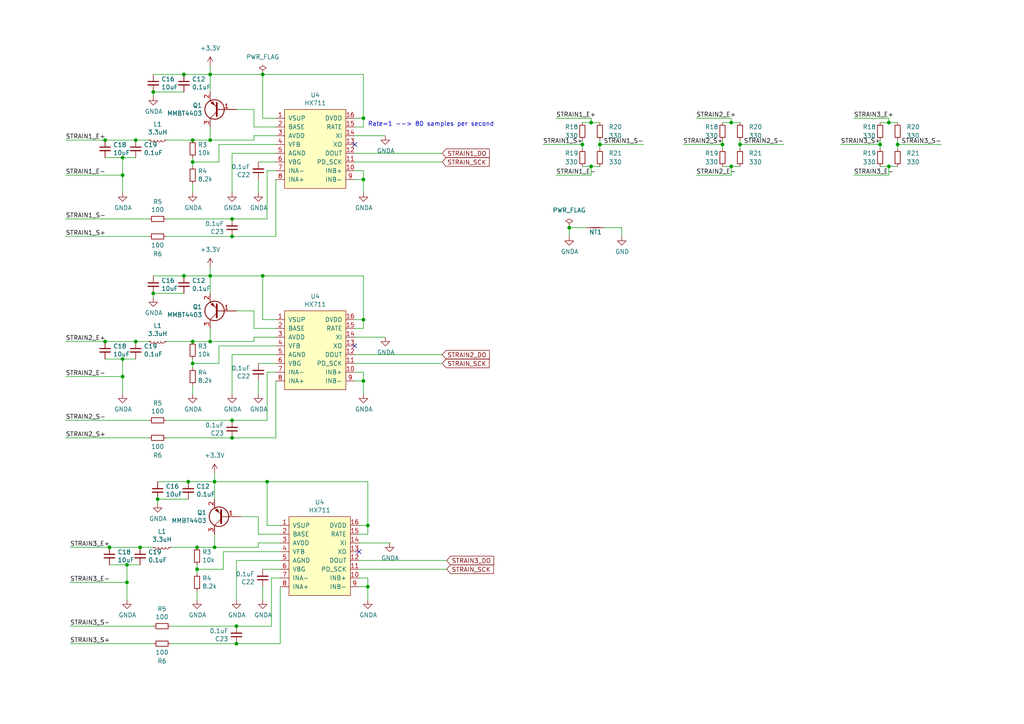
<source format=kicad_sch>
(kicad_sch (version 20231120) (generator "eeschema") (generator_version "8.0")
  (paper "A4")
  (lib_symbols
    (symbol "Device:C_Small" (pin_numbers hide) (pin_names (offset 0.254) hide)
      (property "Reference" "C" (at 0.254 1.778 0))
      (property "Value" "C_Small" (at 0.254 -2.032 0))
      (symbol "C_Small_0_1"
        (polyline (pts (xy -1.524 -0.508) (xy 1.524 -0.508)) (stroke (width 0.3302)))
        (polyline (pts (xy -1.524 0.508) (xy 1.524 0.508)) (stroke (width 0.3048)))
      )
      (symbol "C_Small_1_1"
        (pin passive line (at 0 2.54 270) (length 2.032) (name "~") (number "1"))
        (pin passive line (at 0 -2.54 90) (length 2.032) (name "~") (number "2"))
      )
    )
    (symbol "Device:L_Small" (pin_numbers hide) (pin_names (offset 0.254) hide)
      (property "Reference" "L" (at 0.762 1.016 0))
      (property "Value" "L_Small" (at 0.762 -1.016 0))
      (symbol "L_Small_0_1"
        (arc (start 0 -2.032) (mid 0.5058 -1.524) (end 0 -1.016))
        (arc (start 0 -1.016) (mid 0.5058 -0.508) (end 0 0))
        (arc (start 0 0) (mid 0.5058 0.508) (end 0 1.016))
        (arc (start 0 1.016) (mid 0.5058 1.524) (end 0 2.032))
      )
      (symbol "L_Small_1_1"
        (pin passive line (at 0 2.54 270) (length 0.508) (name "~") (number "1"))
        (pin passive line (at 0 -2.54 90) (length 0.508) (name "~") (number "2"))
      )
    )
    (symbol "Device:NetTie_2" (pin_numbers hide) (pin_names (offset 0) hide)
      (property "Reference" "NT" (at 0 1.27 0))
      (property "Value" "NetTie_2" (at 0 -1.27 0))
      (symbol "NetTie_2_0_1"
        (polyline (pts (xy -1.27 0) (xy 1.27 0)) (stroke (width 0.254)))
      )
      (symbol "NetTie_2_1_1"
        (pin passive line (at -2.54 0 0) (length 2.54) (name "1") (number "1"))
        (pin passive line (at 2.54 0 180) (length 2.54) (name "2") (number "2"))
      )
    )
    (symbol "Device:Q_PNP_BEC" (pin_names (offset 0) hide)
      (property "Reference" "Q" (at 5.08 1.27 0))
      (property "Value" "Q_PNP_BEC" (at 5.08 -1.27 0))
      (symbol "Q_PNP_BEC_0_1"
        (polyline (pts (xy 0.635 0.635) (xy 2.54 2.54)))
        (polyline (pts (xy 0.635 -0.635) (xy 2.54 -2.54) (xy 2.54 -2.54)))
        (polyline (pts (xy 0.635 1.905) (xy 0.635 -1.905) (xy 0.635 -1.905)) (stroke (width 0.508)))
        (polyline (pts (xy 2.286 -1.778) (xy 1.778 -2.286) (xy 1.27 -1.27) (xy 2.286 -1.778) (xy 2.286 -1.778)) (fill (type outline)))
        (circle (center 1.27 0) (radius 2.8194) (stroke (width 0.254)))
      )
      (symbol "Q_PNP_BEC_1_1"
        (pin input line (at -5.08 0 0) (length 5.715) (name "B") (number "1"))
        (pin passive line (at 2.54 -5.08 90) (length 2.54) (name "E") (number "2"))
        (pin passive line (at 2.54 5.08 270) (length 2.54) (name "C") (number "3"))
      )
    )
    (symbol "Device:R_Small" (pin_numbers hide) (pin_names (offset 0.254) hide)
      (property "Reference" "R" (at 0.762 0.508 0))
      (property "Value" "R_Small" (at 0.762 -1.016 0))
      (symbol "R_Small_0_1"
        (rectangle (start -0.762 1.778) (end 0.762 -1.778) (stroke (width 0.2032)))
      )
      (symbol "R_Small_1_1"
        (pin passive line (at 0 2.54 270) (length 0.762) (name "~") (number "1"))
        (pin passive line (at 0 -2.54 90) (length 0.762) (name "~") (number "2"))
      )
    )
    (symbol "PWR_FLAG_1" (power) (pin_numbers hide) (pin_names (offset 0) hide)
      (property "Value" "PWR_FLAG_1" (at 0 3.81 0))
      (symbol "PWR_FLAG_1_0_0"
        (pin power_out line (at 0 0 90) (length 0) (name "pwr") (number "1"))
      )
      (symbol "PWR_FLAG_1_0_1"
        (polyline (pts (xy 0 0) (xy 0 1.27) (xy -1.016 1.905) (xy 0 2.54) (xy 1.016 1.905) (xy 0 1.27)))
      )
    )
    (symbol "power:+3.3V" (power) (pin_names (offset 0))
      (property "Value" "+3.3V" (at 0 3.556 0))
      (symbol "+3.3V_0_1"
        (polyline (pts (xy -0.762 1.27) (xy 0 2.54)))
        (polyline (pts (xy 0 0) (xy 0 2.54)))
        (polyline (pts (xy 0 2.54) (xy 0.762 1.27)))
      )
      (symbol "+3.3V_1_1"
        (pin power_in line (at 0 0 90) (length 0) hide (name "+3.3V") (number "1"))
      )
    )
    (symbol "power:GND" (power) (pin_names (offset 0))
      (property "Value" "GND" (at 0 -3.81 0))
      (symbol "GND_0_1"
        (polyline (pts (xy 0 0) (xy 0 -1.27) (xy 1.27 -1.27) (xy 0 -2.54) (xy -1.27 -1.27) (xy 0 -1.27)))
      )
      (symbol "GND_1_1"
        (pin power_in line (at 0 0 270) (length 0) hide (name "GND") (number "1"))
      )
    )
    (symbol "power:GNDA" (power) (pin_names (offset 0))
      (property "Value" "GNDA" (at 0 -3.81 0))
      (symbol "GNDA_0_1"
        (polyline (pts (xy 0 0) (xy 0 -1.27) (xy 1.27 -1.27) (xy 0 -2.54) (xy -1.27 -1.27) (xy 0 -1.27)))
      )
      (symbol "GNDA_1_1"
        (pin power_in line (at 0 0 270) (length 0) hide (name "GNDA") (number "1"))
      )
    )
    (symbol "power:PWR_FLAG" (power) (pin_numbers hide) (pin_names (offset 0) hide)
      (property "Value" "PWR_FLAG" (at 0 3.81 0))
      (symbol "PWR_FLAG_0_0"
        (pin power_out line (at 0 0 90) (length 0) (name "pwr") (number "1"))
      )
      (symbol "PWR_FLAG_0_1"
        (polyline (pts (xy 0 0) (xy 0 1.27) (xy -1.016 1.905) (xy 0 2.54) (xy 1.016 1.905) (xy 0 1.27)))
      )
    )
    (symbol "strain:HX711" (pin_names (offset 1.016))
      (property "Reference" "U" (at 5.08 12.7 0))
      (property "Value" "HX711" (at -5.08 12.7 0))
      (symbol "HX711_0_1"
        (rectangle (start -8.89 11.43) (end 8.89 -11.43) (fill (type background)))
      )
      (symbol "HX711_1_1"
        (pin power_in line (at -11.43 8.89 0) (length 2.54) (name "VSUP") (number "1"))
        (pin input line (at 11.43 -6.35 180) (length 2.54) (name "INB+") (number "10"))
        (pin input line (at 11.43 -3.81 180) (length 2.54) (name "PD_SCK") (number "11"))
        (pin output line (at 11.43 -1.27 180) (length 2.54) (name "DOUT") (number "12"))
        (pin output line (at 11.43 1.27 180) (length 2.54) (name "XO") (number "13"))
        (pin input line (at 11.43 3.81 180) (length 2.54) (name "XI") (number "14"))
        (pin input line (at 11.43 6.35 180) (length 2.54) (name "RATE") (number "15"))
        (pin power_in line (at 11.43 8.89 180) (length 2.54) (name "DVDD") (number "16"))
        (pin output line (at -11.43 6.35 0) (length 2.54) (name "BASE") (number "2"))
        (pin bidirectional line (at -11.43 3.81 0) (length 2.54) (name "AVDD") (number "3"))
        (pin input line (at -11.43 1.27 0) (length 2.54) (name "VFB") (number "4"))
        (pin power_in line (at -11.43 -1.27 0) (length 2.54) (name "AGND") (number "5"))
        (pin output line (at -11.43 -3.81 0) (length 2.54) (name "VBG") (number "6"))
        (pin input line (at -11.43 -6.35 0) (length 2.54) (name "INA-") (number "7"))
        (pin input line (at -11.43 -8.89 0) (length 2.54) (name "INA+") (number "8"))
        (pin input line (at 11.43 -8.89 180) (length 2.54) (name "INB-") (number "9"))
      )
    )
  )
  (junction (at 77.47 139.7))
  (junction (at 260.35 41.91))
  (junction (at 67.31 121.92))
  (junction (at 212.09 48.26))
  (junction (at 106.68 152.4))
  (junction (at 257.81 35.56))
  (junction (at 171.45 48.26))
  (junction (at 45.72 144.78))
  (junction (at 173.99 41.91))
  (junction (at 44.45 26.67))
  (junction (at 105.41 110.49))
  (junction (at 60.96 99.06))
  (junction (at 165.1 66.04))
  (junction (at 106.68 170.18))
  (junction (at 105.41 52.07))
  (junction (at 105.41 34.29))
  (junction (at 30.48 99.06))
  (junction (at 60.96 80.01))
  (junction (at 62.23 158.75))
  (junction (at 35.56 45.72))
  (junction (at 67.31 68.58))
  (junction (at 35.56 50.8))
  (junction (at 68.58 186.69))
  (junction (at 40.64 158.75))
  (junction (at 257.81 48.26))
  (junction (at 105.41 92.71))
  (junction (at 55.88 40.64))
  (junction (at 55.88 99.06))
  (junction (at 212.09 35.56))
  (junction (at 62.23 139.7))
  (junction (at 76.2 80.01))
  (junction (at 31.75 158.75))
  (junction (at 68.58 181.61))
  (junction (at 54.61 139.7))
  (junction (at 168.91 41.91))
  (junction (at 57.15 165.1))
  (junction (at 44.45 85.09))
  (junction (at 53.34 21.59))
  (junction (at 35.56 104.14))
  (junction (at 36.83 168.91))
  (junction (at 209.55 41.91))
  (junction (at 171.45 35.56))
  (junction (at 60.96 21.59))
  (junction (at 67.31 127))
  (junction (at 39.37 99.06))
  (junction (at 30.48 40.64))
  (junction (at 57.15 158.75))
  (junction (at 76.2 21.59))
  (junction (at 214.63 41.91))
  (junction (at 36.83 163.83))
  (junction (at 39.37 40.64))
  (junction (at 60.96 40.64))
  (junction (at 35.56 109.22))
  (junction (at 255.27 41.91))
  (junction (at 55.88 46.99))
  (junction (at 55.88 105.41))
  (junction (at 67.31 63.5))
  (junction (at 53.34 80.01))
  (no_connect (at 104.14 160.02))
  (no_connect (at 102.87 41.91))
  (no_connect (at 102.87 100.33))
  (wire (pts (xy 36.83 168.91) (xy 36.83 173.99)))
  (wire (pts (xy 20.32 168.91) (xy 36.83 168.91)))
  (wire (pts (xy 212.09 35.56) (xy 214.63 35.56)))
  (wire (pts (xy 102.87 39.37) (xy 111.76 39.37)))
  (wire (pts (xy 105.41 80.01) (xy 105.41 92.71)))
  (wire (pts (xy 63.5 100.33) (xy 80.01 100.33)))
  (wire (pts (xy 45.72 139.7) (xy 54.61 139.7)))
  (wire (pts (xy 35.56 45.72) (xy 39.37 45.72)))
  (wire (pts (xy 53.34 85.09) (xy 44.45 85.09)))
  (wire (pts (xy 106.68 170.18) (xy 106.68 173.99)))
  (wire (pts (xy 168.91 40.64) (xy 168.91 41.91)))
  (wire (pts (xy 260.35 41.91) (xy 260.35 43.18)))
  (wire (pts (xy 36.83 163.83) (xy 36.83 168.91)))
  (wire (pts (xy 60.96 21.59) (xy 60.96 26.67)))
  (wire (pts (xy 105.41 92.71) (xy 102.87 92.71)))
  (wire (pts (xy 105.41 52.07) (xy 105.41 55.88)))
  (wire (pts (xy 68.58 90.17) (xy 73.66 90.17)))
  (wire (pts (xy 104.14 170.18) (xy 106.68 170.18)))
  (wire (pts (xy 106.68 167.64) (xy 106.68 170.18)))
  (wire (pts (xy 260.35 40.64) (xy 260.35 41.91)))
  (wire (pts (xy 48.26 121.92) (xy 67.31 121.92)))
  (wire (pts (xy 19.05 40.64) (xy 30.48 40.64)))
  (wire (pts (xy 73.66 40.64) (xy 73.66 39.37)))
  (wire (pts (xy 73.66 36.83) (xy 80.01 36.83)))
  (wire (pts (xy 57.15 163.83) (xy 57.15 165.1)))
  (wire (pts (xy 74.93 46.99) (xy 80.01 46.99)))
  (wire (pts (xy 175.26 66.04) (xy 180.34 66.04)))
  (wire (pts (xy 73.66 90.17) (xy 73.66 95.25)))
  (wire (pts (xy 48.26 99.06) (xy 55.88 99.06)))
  (wire (pts (xy 44.45 181.61) (xy 20.32 181.61)))
  (wire (pts (xy 30.48 40.64) (xy 39.37 40.64)))
  (wire (pts (xy 165.1 68.58) (xy 165.1 66.04)))
  (wire (pts (xy 67.31 63.5) (xy 77.47 63.5)))
  (wire (pts (xy 76.2 21.59) (xy 105.41 21.59)))
  (wire (pts (xy 102.87 46.99) (xy 128.27 46.99)))
  (wire (pts (xy 102.87 49.53) (xy 105.41 49.53)))
  (wire (pts (xy 36.83 163.83) (xy 40.64 163.83)))
  (wire (pts (xy 60.96 80.01) (xy 60.96 77.47)))
  (wire (pts (xy 168.91 41.91) (xy 168.91 43.18)))
  (wire (pts (xy 44.45 86.36) (xy 44.45 85.09)))
  (wire (pts (xy 102.87 97.79) (xy 111.76 97.79)))
  (wire (pts (xy 173.99 41.91) (xy 173.99 43.18)))
  (wire (pts (xy 102.87 44.45) (xy 128.27 44.45)))
  (wire (pts (xy 201.93 34.29) (xy 212.09 34.29)))
  (wire (pts (xy 106.68 152.4) (xy 104.14 152.4)))
  (wire (pts (xy 73.66 39.37) (xy 80.01 39.37)))
  (wire (pts (xy 76.2 165.1) (xy 81.28 165.1)))
  (wire (pts (xy 67.31 102.87) (xy 67.31 114.3)))
  (wire (pts (xy 76.2 80.01) (xy 105.41 80.01)))
  (wire (pts (xy 209.55 35.56) (xy 212.09 35.56)))
  (wire (pts (xy 102.87 52.07) (xy 105.41 52.07)))
  (wire (pts (xy 105.41 36.83) (xy 105.41 34.29)))
  (wire (pts (xy 105.41 110.49) (xy 105.41 114.3)))
  (wire (pts (xy 171.45 34.29) (xy 171.45 35.56)))
  (wire (pts (xy 39.37 99.06) (xy 43.18 99.06)))
  (wire (pts (xy 102.87 102.87) (xy 128.27 102.87)))
  (wire (pts (xy 73.66 99.06) (xy 73.66 97.79)))
  (wire (pts (xy 57.15 165.1) (xy 64.77 165.1)))
  (wire (pts (xy 57.15 158.75) (xy 62.23 158.75)))
  (wire (pts (xy 54.61 144.78) (xy 45.72 144.78)))
  (wire (pts (xy 35.56 45.72) (xy 35.56 50.8)))
  (wire (pts (xy 76.2 80.01) (xy 76.2 92.71)))
  (wire (pts (xy 53.34 80.01) (xy 60.96 80.01)))
  (wire (pts (xy 67.31 68.58) (xy 80.01 68.58)))
  (wire (pts (xy 77.47 152.4) (xy 81.28 152.4)))
  (wire (pts (xy 55.88 55.88) (xy 55.88 53.34)))
  (wire (pts (xy 43.18 63.5) (xy 19.05 63.5)))
  (wire (pts (xy 255.27 48.26) (xy 257.81 48.26)))
  (wire (pts (xy 20.32 186.69) (xy 44.45 186.69)))
  (wire (pts (xy 48.26 40.64) (xy 55.88 40.64)))
  (wire (pts (xy 67.31 121.92) (xy 77.47 121.92)))
  (wire (pts (xy 105.41 21.59) (xy 105.41 34.29)))
  (wire (pts (xy 212.09 34.29) (xy 212.09 35.56)))
  (wire (pts (xy 165.1 66.04) (xy 170.18 66.04)))
  (wire (pts (xy 173.99 41.91) (xy 186.69 41.91)))
  (wire (pts (xy 104.14 162.56) (xy 129.54 162.56)))
  (wire (pts (xy 60.96 80.01) (xy 76.2 80.01)))
  (wire (pts (xy 53.34 21.59) (xy 60.96 21.59)))
  (wire (pts (xy 212.09 48.26) (xy 214.63 48.26)))
  (wire (pts (xy 60.96 80.01) (xy 60.96 85.09)))
  (wire (pts (xy 60.96 21.59) (xy 60.96 19.05)))
  (wire (pts (xy 80.01 49.53) (xy 77.47 49.53)))
  (wire (pts (xy 257.81 34.29) (xy 257.81 35.56)))
  (wire (pts (xy 68.58 186.69) (xy 49.53 186.69)))
  (wire (pts (xy 77.47 139.7) (xy 77.47 152.4)))
  (wire (pts (xy 48.26 63.5) (xy 67.31 63.5)))
  (wire (pts (xy 73.66 95.25) (xy 80.01 95.25)))
  (wire (pts (xy 55.88 104.14) (xy 55.88 105.41)))
  (wire (pts (xy 60.96 99.06) (xy 73.66 99.06)))
  (wire (pts (xy 64.77 165.1) (xy 64.77 160.02)))
  (wire (pts (xy 77.47 49.53) (xy 77.47 63.5)))
  (wire (pts (xy 31.75 163.83) (xy 36.83 163.83)))
  (wire (pts (xy 31.75 158.75) (xy 40.64 158.75)))
  (wire (pts (xy 105.41 49.53) (xy 105.41 52.07)))
  (wire (pts (xy 180.34 66.04) (xy 180.34 68.58)))
  (wire (pts (xy 40.64 158.75) (xy 44.45 158.75)))
  (wire (pts (xy 80.01 110.49) (xy 80.01 127)))
  (wire (pts (xy 19.05 109.22) (xy 35.56 109.22)))
  (wire (pts (xy 77.47 139.7) (xy 106.68 139.7)))
  (wire (pts (xy 106.68 154.94) (xy 106.68 152.4)))
  (wire (pts (xy 105.41 34.29) (xy 102.87 34.29)))
  (wire (pts (xy 55.88 45.72) (xy 55.88 46.99)))
  (wire (pts (xy 198.12 41.91) (xy 209.55 41.91)))
  (wire (pts (xy 19.05 99.06) (xy 30.48 99.06)))
  (wire (pts (xy 73.66 97.79) (xy 80.01 97.79)))
  (wire (pts (xy 214.63 41.91) (xy 227.33 41.91)))
  (wire (pts (xy 105.41 95.25) (xy 105.41 92.71)))
  (wire (pts (xy 74.93 149.86) (xy 74.93 154.94)))
  (wire (pts (xy 67.31 127) (xy 48.26 127)))
  (wire (pts (xy 255.27 40.64) (xy 255.27 41.91)))
  (wire (pts (xy 44.45 21.59) (xy 53.34 21.59)))
  (wire (pts (xy 30.48 99.06) (xy 39.37 99.06)))
  (wire (pts (xy 60.96 21.59) (xy 76.2 21.59)))
  (wire (pts (xy 44.45 80.01) (xy 53.34 80.01)))
  (wire (pts (xy 74.93 154.94) (xy 81.28 154.94)))
  (wire (pts (xy 209.55 48.26) (xy 212.09 48.26)))
  (wire (pts (xy 255.27 41.91) (xy 255.27 43.18)))
  (wire (pts (xy 81.28 170.18) (xy 81.28 186.69)))
  (wire (pts (xy 19.05 68.58) (xy 43.18 68.58)))
  (wire (pts (xy 68.58 31.75) (xy 73.66 31.75)))
  (wire (pts (xy 161.29 50.8) (xy 171.45 50.8)))
  (wire (pts (xy 80.01 107.95) (xy 77.47 107.95)))
  (wire (pts (xy 67.31 44.45) (xy 67.31 55.88)))
  (wire (pts (xy 67.31 127) (xy 80.01 127)))
  (wire (pts (xy 168.91 48.26) (xy 171.45 48.26)))
  (wire (pts (xy 257.81 48.26) (xy 257.81 50.8)))
  (wire (pts (xy 62.23 139.7) (xy 77.47 139.7)))
  (wire (pts (xy 62.23 154.94) (xy 62.23 158.75)))
  (wire (pts (xy 247.65 34.29) (xy 257.81 34.29)))
  (wire (pts (xy 102.87 110.49) (xy 105.41 110.49)))
  (wire (pts (xy 78.74 167.64) (xy 78.74 181.61)))
  (wire (pts (xy 67.31 68.58) (xy 48.26 68.58)))
  (wire (pts (xy 68.58 186.69) (xy 81.28 186.69)))
  (wire (pts (xy 76.2 21.59) (xy 76.2 34.29)))
  (wire (pts (xy 74.93 110.49) (xy 74.93 114.3)))
  (wire (pts (xy 49.53 181.61) (xy 68.58 181.61)))
  (wire (pts (xy 74.93 157.48) (xy 81.28 157.48)))
  (wire (pts (xy 30.48 45.72) (xy 35.56 45.72)))
  (wire (pts (xy 57.15 173.99) (xy 57.15 171.45)))
  (wire (pts (xy 19.05 50.8) (xy 35.56 50.8)))
  (wire (pts (xy 60.96 95.25) (xy 60.96 99.06)))
  (wire (pts (xy 104.14 165.1) (xy 129.54 165.1)))
  (wire (pts (xy 68.58 162.56) (xy 68.58 173.99)))
  (wire (pts (xy 255.27 35.56) (xy 257.81 35.56)))
  (wire (pts (xy 54.61 139.7) (xy 62.23 139.7)))
  (wire (pts (xy 35.56 50.8) (xy 35.56 55.88)))
  (wire (pts (xy 69.85 149.86) (xy 74.93 149.86)))
  (wire (pts (xy 19.05 127) (xy 43.18 127)))
  (wire (pts (xy 76.2 170.18) (xy 76.2 173.99)))
  (wire (pts (xy 62.23 158.75) (xy 74.93 158.75)))
  (wire (pts (xy 81.28 167.64) (xy 78.74 167.64)))
  (wire (pts (xy 105.41 107.95) (xy 105.41 110.49)))
  (wire (pts (xy 243.84 41.91) (xy 255.27 41.91)))
  (wire (pts (xy 35.56 104.14) (xy 39.37 104.14)))
  (wire (pts (xy 260.35 41.91) (xy 273.05 41.91)))
  (wire (pts (xy 55.88 114.3) (xy 55.88 111.76)))
  (wire (pts (xy 257.81 35.56) (xy 260.35 35.56)))
  (wire (pts (xy 247.65 50.8) (xy 257.81 50.8)))
  (wire (pts (xy 45.72 146.05) (xy 45.72 144.78)))
  (wire (pts (xy 55.88 48.26) (xy 55.88 46.99)))
  (wire (pts (xy 77.47 107.95) (xy 77.47 121.92)))
  (wire (pts (xy 20.32 158.75) (xy 31.75 158.75)))
  (wire (pts (xy 102.87 107.95) (xy 105.41 107.95)))
  (wire (pts (xy 64.77 160.02) (xy 81.28 160.02)))
  (wire (pts (xy 171.45 48.26) (xy 171.45 50.8)))
  (wire (pts (xy 57.15 166.37) (xy 57.15 165.1)))
  (wire (pts (xy 102.87 36.83) (xy 105.41 36.83)))
  (wire (pts (xy 63.5 46.99) (xy 63.5 41.91)))
  (wire (pts (xy 55.88 105.41) (xy 63.5 105.41)))
  (wire (pts (xy 76.2 92.71) (xy 80.01 92.71)))
  (wire (pts (xy 35.56 104.14) (xy 35.56 109.22)))
  (wire (pts (xy 60.96 36.83) (xy 60.96 40.64)))
  (wire (pts (xy 73.66 31.75) (xy 73.66 36.83)))
  (wire (pts (xy 63.5 105.41) (xy 63.5 100.33)))
  (wire (pts (xy 81.28 162.56) (xy 68.58 162.56)))
  (wire (pts (xy 171.45 48.26) (xy 173.99 48.26)))
  (wire (pts (xy 68.58 181.61) (xy 78.74 181.61)))
  (wire (pts (xy 44.45 27.94) (xy 44.45 26.67)))
  (wire (pts (xy 161.29 34.29) (xy 171.45 34.29)))
  (wire (pts (xy 80.01 102.87) (xy 67.31 102.87)))
  (wire (pts (xy 43.18 121.92) (xy 19.05 121.92)))
  (wire (pts (xy 63.5 41.91) (xy 80.01 41.91)))
  (wire (pts (xy 106.68 139.7) (xy 106.68 152.4)))
  (wire (pts (xy 212.09 48.26) (xy 212.09 50.8)))
  (wire (pts (xy 49.53 158.75) (xy 57.15 158.75)))
  (wire (pts (xy 55.88 40.64) (xy 60.96 40.64)))
  (wire (pts (xy 214.63 41.91) (xy 214.63 43.18)))
  (wire (pts (xy 76.2 34.29) (xy 80.01 34.29)))
  (wire (pts (xy 209.55 41.91) (xy 209.55 43.18)))
  (wire (pts (xy 157.48 41.91) (xy 168.91 41.91)))
  (wire (pts (xy 102.87 105.41) (xy 128.27 105.41)))
  (wire (pts (xy 60.96 40.64) (xy 73.66 40.64)))
  (wire (pts (xy 201.93 50.8) (xy 212.09 50.8)))
  (wire (pts (xy 80.01 52.07) (xy 80.01 68.58)))
  (wire (pts (xy 55.88 106.68) (xy 55.88 105.41)))
  (wire (pts (xy 173.99 40.64) (xy 173.99 41.91)))
  (wire (pts (xy 104.14 157.48) (xy 113.03 157.48)))
  (wire (pts (xy 39.37 40.64) (xy 43.18 40.64)))
  (wire (pts (xy 214.63 40.64) (xy 214.63 41.91)))
  (wire (pts (xy 55.88 46.99) (xy 63.5 46.99)))
  (wire (pts (xy 74.93 158.75) (xy 74.93 157.48)))
  (wire (pts (xy 74.93 52.07) (xy 74.93 55.88)))
  (wire (pts (xy 74.93 105.41) (xy 80.01 105.41)))
  (wire (pts (xy 80.01 44.45) (xy 67.31 44.45)))
  (wire (pts (xy 209.55 40.64) (xy 209.55 41.91)))
  (wire (pts (xy 35.56 109.22) (xy 35.56 114.3)))
  (wire (pts (xy 62.23 139.7) (xy 62.23 137.16)))
  (wire (pts (xy 104.14 154.94) (xy 106.68 154.94)))
  (wire (pts (xy 62.23 139.7) (xy 62.23 144.78)))
  (wire (pts (xy 257.81 48.26) (xy 260.35 48.26)))
  (wire (pts (xy 102.87 95.25) (xy 105.41 95.25)))
  (wire (pts (xy 55.88 99.06) (xy 60.96 99.06)))
  (wire (pts (xy 171.45 35.56) (xy 173.99 35.56)))
  (wire (pts (xy 104.14 167.64) (xy 106.68 167.64)))
  (wire (pts (xy 168.91 35.56) (xy 171.45 35.56)))
  (wire (pts (xy 30.48 104.14) (xy 35.56 104.14)))
  (wire (pts (xy 53.34 26.67) (xy 44.45 26.67)))
  (text "Rate=1 --> 80 samples per second" (at 106.68 36.83 0) (effects (font (size 1.27 1.27)) (justify left bottom)))
  (label "STRAIN1_S+" (at 157.48 41.91 0))
  (label "STRAIN3_S-" (at 273.05 41.91 180))
  (label "STRAIN3_E+" (at 20.32 158.75 0))
  (label "STRAIN3_S+" (at 20.32 186.69 0))
  (label "STRAIN2_S-" (at 227.33 41.91 180))
  (label "STRAIN3_E-" (at 20.32 168.91 0))
  (label "STRAIN3_S-" (at 20.32 181.61 0))
  (label "STRAIN1_E-" (at 161.29 50.8 0))
  (label "STRAIN3_S+" (at 243.84 41.91 0))
  (label "STRAIN2_S+" (at 198.12 41.91 0))
  (label "STRAIN1_S+" (at 19.05 68.58 0))
  (label "STRAIN2_E-" (at 201.93 50.8 0))
  (label "STRAIN1_S-" (at 19.05 63.5 0))
  (label "STRAIN2_E+" (at 19.05 99.06 0))
  (label "STRAIN3_E-" (at 247.65 50.8 0))
  (label "STRAIN2_E+" (at 201.93 34.29 0))
  (label "STRAIN1_E+" (at 19.05 40.64 0))
  (label "STRAIN2_S+" (at 19.05 127 0))
  (label "STRAIN2_S-" (at 19.05 121.92 0))
  (label "STRAIN1_E+" (at 161.29 34.29 0))
  (label "STRAIN1_S-" (at 186.69 41.91 180))
  (label "STRAIN1_E-" (at 19.05 50.8 0))
  (label "STRAIN2_E-" (at 19.05 109.22 0))
  (label "STRAIN3_E+" (at 247.65 34.29 0))
  (global_label "STRAIN_SCK" (shape input) (at 129.54 165.1 0) (property "Intersheetrefs" "${INTERSHEET_REFS}" (effects (hide yes))))
  (global_label "STRAIN2_DO" (shape input) (at 128.27 102.87 0) (property "Intersheetrefs" "${INTERSHEET_REFS}" (effects (hide yes))))
  (global_label "STRAIN1_DO" (shape input) (at 128.27 44.45 0) (property "Intersheetrefs" "${INTERSHEET_REFS}" (effects (hide yes))))
  (global_label "STRAIN3_DO" (shape input) (at 129.54 162.56 0) (property "Intersheetrefs" "${INTERSHEET_REFS}" (effects (hide yes))))
  (global_label "STRAIN_SCK" (shape input) (at 128.27 105.41 0) (property "Intersheetrefs" "${INTERSHEET_REFS}" (effects (hide yes))))
  (global_label "STRAIN_SCK" (shape input) (at 128.27 46.99 0) (property "Intersheetrefs" "${INTERSHEET_REFS}" (effects (hide yes))))
  (symbol (lib_id "Device:C_Small") (at 45.72 142.24 0) (unit 1)
    (property "Reference" "C16" (at 48.0568 141.0716 0) (effects (justify left)))
    (property "Value" "10uF" (at 48.0568 143.383 0) (effects (justify left)))
    (property "Footprint" "Capacitor_SMD:C_0805_2012Metric_Pad1.18x1.45mm_HandSolder" (effects (hide yes)))
    (property "Digikey" "1276-2891-1-ND" (effects (hide yes)))
    (property "Mouser" "187-CL21A106KAYNNNE" (effects (hide yes)))
    (instances (project "view_base" (path "" (reference "C16") (unit 1))) (project "Toolhead Board" (path "" (reference "C43") (unit 1))))
  )
  (symbol (lib_id "Device:C_Small") (at 74.93 107.95 180) (unit 1)
    (property "Reference" "C22" (at 72.5932 109.1184 0) (effects (justify left)))
    (property "Value" "0.1uF" (at 72.5932 106.807 0) (effects (justify left)))
    (property "Footprint" "Capacitor_SMD:C_0603_1608Metric_Pad1.08x0.95mm_HandSolder" (effects (hide yes)))
    (property "Digikey" "1276-1935-1-ND" (effects (hide yes)))
    (property "Mouser" "187-CL10B104KB8NNWC" (effects (hide yes)))
    (instances (project "view_base" (path "" (reference "C22") (unit 1))) (project "Toolhead Board" (path "" (reference "C41") (unit 1))))
  )
  (symbol (lib_id "Device:C_Small") (at 44.45 82.55 0) (unit 1)
    (property "Reference" "C16" (at 46.7868 81.3816 0) (effects (justify left)))
    (property "Value" "10uF" (at 46.7868 83.693 0) (effects (justify left)))
    (property "Footprint" "Capacitor_SMD:C_0805_2012Metric_Pad1.18x1.45mm_HandSolder" (effects (hide yes)))
    (property "Digikey" "1276-2891-1-ND" (effects (hide yes)))
    (property "Mouser" "187-CL21A106KAYNNNE" (effects (hide yes)))
    (instances (project "view_base" (path "" (reference "C16") (unit 1))) (project "Toolhead Board" (path "" (reference "C37") (unit 1))))
  )
  (symbol (lib_id "Device:R_Small") (at 55.88 43.18 0) (unit 1)
    (property "Reference" "R3" (at 57.3786 42.0116 0) (effects (justify left)))
    (property "Value" "10k" (at 57.3786 44.323 0) (effects (justify left)))
    (property "Footprint" "Resistor_SMD:R_0603_1608Metric_Pad0.98x0.95mm_HandSolder" (effects (hide yes)))
    (property "Digikey" "1292-WR06X103JTLCT-ND" (effects (hide yes)))
    (instances (project "view_base" (path "" (reference "R3") (unit 1))) (project "Toolhead Board" (path "" (reference "R21") (unit 1))))
  )
  (symbol (lib_id "Device:Q_PNP_BEC") (at 63.5 31.75 180) (unit 1)
    (property "Reference" "Q1" (at 58.6486 30.5816 0) (effects (justify left)))
    (property "Value" "MMBT4403" (at 58.6486 32.893 0) (effects (justify left)))
    (property "Footprint" "Package_TO_SOT_SMD:SOT-23" (effects (hide yes)))
    (property "Digikey" "MMBT4403LT1GOSCT-ND" (effects (hide yes)))
    (property "Mouser" "241-MMBT4403R100001" (effects (hide yes)))
  )
  (symbol (lib_id "Device:C_Small") (at 53.34 82.55 0) (unit 1)
    (property "Reference" "C12" (at 55.6768 81.3816 0) (effects (justify left)))
    (property "Value" "0.1uF" (at 55.6768 83.693 0) (effects (justify left)))
    (property "Footprint" "Capacitor_SMD:C_0603_1608Metric_Pad1.08x0.95mm_HandSolder" (effects (hide yes)))
    (property "Digikey" "1276-1935-1-ND" (effects (hide yes)))
    (property "Mouser" "187-CL10B104KB8NNWC" (effects (hide yes)))
    (instances (project "view_base" (path "" (reference "C12") (unit 1))) (project "Toolhead Board" (path "" (reference "C38") (unit 1))))
  )
  (symbol (lib_id "power:GNDA") (at 55.88 114.3 0) (unit 1)
    (property "Reference" "#PWR0119" (effects (hide yes)))
    (property "Value" "GNDA" (at 56.007 118.6942 0))
    (instances (project "view_base" (path "" (reference "#PWR0119") (unit 1))) (project "Toolhead Board" (path "" (reference "#PWR081") (unit 1))))
  )
  (symbol (lib_id "Device:R_Small") (at 45.72 127 90) (unit 1)
    (property "Reference" "R6" (at 45.72 132.08 90))
    (property "Value" "100" (at 45.72 129.54 90))
    (property "Footprint" "Resistor_SMD:R_0603_1608Metric_Pad0.98x0.95mm_HandSolder" (effects (hide yes)))
    (property "Digikey" "311-100HRCT-ND" (effects (hide yes)))
    (instances (project "view_base" (path "" (reference "R6") (unit 1))) (project "Toolhead Board" (path "" (reference "R34") (unit 1))))
  )
  (symbol (lib_id "Device:R_Small") (at 55.88 101.6 0) (unit 1)
    (property "Reference" "R3" (at 57.3786 100.4316 0) (effects (justify left)))
    (property "Value" "10k" (at 57.3786 102.743 0) (effects (justify left)))
    (property "Footprint" "Resistor_SMD:R_0603_1608Metric_Pad0.98x0.95mm_HandSolder" (effects (hide yes)))
    (property "Digikey" "1292-WR06X103JTLCT-ND" (effects (hide yes)))
    (instances (project "view_base" (path "" (reference "R3") (unit 1))) (project "Toolhead Board" (path "" (reference "R31") (unit 1))))
  )
  (symbol (lib_id "Device:C_Small") (at 30.48 43.18 0) (unit 1)
    (property "Reference" "C18" (at 32.8168 42.0116 0) (effects (justify left)))
    (property "Value" "10uF" (at 32.8168 44.323 0) (effects (justify left)))
    (property "Footprint" "Capacitor_SMD:C_0805_2012Metric_Pad1.18x1.45mm_HandSolder" (effects (hide yes)))
    (property "Digikey" "1276-2891-1-ND" (effects (hide yes)))
    (property "Mouser" "187-CL21A106KAYNNNE" (effects (hide yes)))
    (instances (project "view_base" (path "" (reference "C18") (unit 1))) (project "Toolhead Board" (path "" (reference "C33") (unit 1))))
  )
  (symbol (lib_id "power:GNDA") (at 105.41 55.88 0) (unit 1)
    (property "Reference" "#PWR0122" (effects (hide yes)))
    (property "Value" "GNDA" (at 105.537 60.2742 0))
    (instances (project "view_base" (path "" (reference "#PWR0122") (unit 1))) (project "Toolhead Board" (path "" (reference "#PWR074") (unit 1))))
  )
  (symbol (lib_id "Device:R_Small") (at 214.63 45.72 180) (unit 1)
    (property "Reference" "R21" (at 217.17 44.4499 0) (effects (justify right)))
    (property "Value" "330" (at 217.17 46.9899 0) (effects (justify right)))
    (property "Footprint" "Resistor_SMD:R_2512_6332Metric" (effects (hide yes)))
    (property "Digikey" "RMCF2512JT330RCT-ND" (effects (hide yes)))
    (instances (project "view_base" (path "" (reference "R21") (unit 1))) (project "Toolhead Board" (path "" (reference "R25") (unit 1))))
  )
  (symbol (lib_id "power:GNDA") (at 68.58 173.99 0) (unit 1)
    (property "Reference" "#PWR0117" (effects (hide yes)))
    (property "Value" "GNDA" (at 68.707 178.3842 0))
    (instances (project "view_base" (path "" (reference "#PWR0117") (unit 1))) (project "Toolhead Board" (path "" (reference "#PWR090") (unit 1))))
  )
  (symbol (lib_id "Device:R_Small") (at 55.88 50.8 0) (unit 1)
    (property "Reference" "R4" (at 57.3786 49.6316 0) (effects (justify left)))
    (property "Value" "8.2k" (at 57.3786 51.943 0) (effects (justify left)))
    (property "Footprint" "Resistor_SMD:R_0603_1608Metric_Pad0.98x0.95mm_HandSolder" (effects (hide yes)))
    (property "Digikey" "311-8.2KGRCT-ND" (effects (hide yes)))
    (instances (project "view_base" (path "" (reference "R4") (unit 1))) (project "Toolhead Board" (path "" (reference "R28") (unit 1))))
  )
  (symbol (lib_id "power:GNDA") (at 165.1 68.58 0) (unit 1)
    (property "Reference" "#PWR0123" (effects (hide yes)))
    (property "Value" "GNDA" (at 165.227 72.9742 0))
    (instances (project "view_base" (path "" (reference "#PWR0123") (unit 1))) (project "Toolhead Board" (path "" (reference "#PWR075") (unit 1))))
  )
  (symbol (lib_id "power:+3.3V") (at 60.96 19.05 0) (unit 1)
    (property "Reference" "#PWR047" (effects (hide yes)))
    (property "Value" "+3.3V" (at 60.96 13.97 0))
  )
  (symbol (lib_id "Device:R_Small") (at 46.99 181.61 270) (unit 1)
    (property "Reference" "R5" (at 46.99 176.6316 90))
    (property "Value" "100" (at 46.99 178.943 90))
    (property "Footprint" "Resistor_SMD:R_0603_1608Metric_Pad0.98x0.95mm_HandSolder" (effects (hide yes)))
    (property "Digikey" "311-100HRCT-ND" (effects (hide yes)))
    (instances (project "view_base" (path "" (reference "R5") (unit 1))) (project "Toolhead Board" (path "" (reference "R37") (unit 1))))
  )
  (symbol (lib_id "power:GNDA") (at 76.2 173.99 0) (unit 1)
    (property "Reference" "#PWR0121" (effects (hide yes)))
    (property "Value" "GNDA" (at 76.327 178.3842 0))
    (instances (project "view_base" (path "" (reference "#PWR0121") (unit 1))) (project "Toolhead Board" (path "" (reference "#PWR091") (unit 1))))
  )
  (symbol (lib_id "Device:R_Small") (at 209.55 45.72 0) (unit 1)
    (property "Reference" "R19" (at 204.47 44.45 0) (effects (justify left)))
    (property "Value" "330" (at 204.47 46.99 0) (effects (justify left)))
    (property "Footprint" "Resistor_SMD:R_2512_6332Metric" (effects (hide yes)))
    (property "Digikey" "RMCF2512JT330RCT-ND" (effects (hide yes)))
    (instances (project "view_base" (path "" (reference "R19") (unit 1))) (project "Toolhead Board" (path "" (reference "R24") (unit 1))))
  )
  (symbol (lib_id "Device:R_Small") (at 173.99 38.1 180) (unit 1)
    (property "Reference" "R20" (at 176.53 36.8299 0) (effects (justify right)))
    (property "Value" "330" (at 176.53 39.3699 0) (effects (justify right)))
    (property "Footprint" "Resistor_SMD:R_2512_6332Metric" (effects (hide yes)))
    (property "Digikey" "RMCF2512JT330RCT-ND" (effects (hide yes)))
    (instances (project "view_base" (path "" (reference "R20") (unit 1))) (project "Toolhead Board" (path "" (reference "R16") (unit 1))))
  )
  (symbol (lib_id "Device:C_Small") (at 76.2 167.64 180) (unit 1)
    (property "Reference" "C22" (at 73.8632 168.8084 0) (effects (justify left)))
    (property "Value" "0.1uF" (at 73.8632 166.497 0) (effects (justify left)))
    (property "Footprint" "Capacitor_SMD:C_0603_1608Metric_Pad1.08x0.95mm_HandSolder" (effects (hide yes)))
    (property "Digikey" "1276-1935-1-ND" (effects (hide yes)))
    (property "Mouser" "187-CL10B104KB8NNWC" (effects (hide yes)))
    (instances (project "view_base" (path "" (reference "C22") (unit 1))) (project "Toolhead Board" (path "" (reference "C47") (unit 1))))
  )
  (symbol (lib_id "Device:R_Small") (at 168.91 45.72 0) (unit 1)
    (property "Reference" "R19" (at 163.83 44.45 0) (effects (justify left)))
    (property "Value" "330" (at 163.83 46.99 0) (effects (justify left)))
    (property "Footprint" "Resistor_SMD:R_2512_6332Metric" (effects (hide yes)))
    (property "Digikey" "RMCF2512JT330RCT-ND" (effects (hide yes)))
    (instances (project "view_base" (path "" (reference "R19") (unit 1))) (project "Toolhead Board" (path "" (reference "R22") (unit 1))))
  )
  (symbol (lib_id "Device:C_Small") (at 67.31 66.04 180) (unit 1)
    (property "Reference" "C23" (at 64.9732 67.2084 0) (effects (justify left)))
    (property "Value" "0.1uF" (at 64.9732 64.897 0) (effects (justify left)))
    (property "Footprint" "Capacitor_SMD:C_0603_1608Metric_Pad1.08x0.95mm_HandSolder" (effects (hide yes)))
    (property "Digikey" "1276-1935-1-ND" (effects (hide yes)))
    (property "Mouser" "187-CL10B104KB8NNWC" (effects (hide yes)))
    (instances (project "view_base" (path "" (reference "C23") (unit 1))) (project "Toolhead Board" (path "" (reference "C36") (unit 1))))
  )
  (symbol (lib_id "strain:HX711") (at 92.71 161.29 0) (unit 1)
    (property "Reference" "U4" (at 92.71 145.669 0))
    (property "Value" "HX711" (at 92.71 147.9804 0))
    (property "Footprint" "Package_SO:SOIC-16_3.9x9.9mm_P1.27mm" (effects (hide yes)))
    (property "Digikey" "N/A" (effects (hide yes)))
    (property "Mouser" "N/A" (effects (hide yes)))
    (instances (project "view_base" (path "" (reference "U4") (unit 1))) (project "Toolhead Board" (path "" (reference "U9") (unit 1))))
  )
  (symbol (lib_id "Device:Q_PNP_BEC") (at 64.77 149.86 180) (unit 1)
    (property "Reference" "Q1" (at 59.9186 148.6916 0) (effects (justify left)))
    (property "Value" "MMBT4403" (at 59.9186 151.003 0) (effects (justify left)))
    (property "Footprint" "Package_TO_SOT_SMD:SOT-23" (effects (hide yes)))
    (property "Digikey" "MMBT4403LT1GOSCT-ND" (effects (hide yes)))
    (property "Mouser" "241-MMBT4403R100001" (effects (hide yes)))
    (instances (project "view_base" (path "" (reference "Q1") (unit 1))) (project "Toolhead Board" (path "" (reference "Q3") (unit 1))))
  )
  (symbol (lib_id "Device:R_Small") (at 214.63 38.1 180) (unit 1)
    (property "Reference" "R20" (at 217.17 36.8299 0) (effects (justify right)))
    (property "Value" "330" (at 217.17 39.3699 0) (effects (justify right)))
    (property "Footprint" "Resistor_SMD:R_2512_6332Metric" (effects (hide yes)))
    (property "Digikey" "RMCF2512JT330RCT-ND" (effects (hide yes)))
    (instances (project "view_base" (path "" (reference "R20") (unit 1))) (project "Toolhead Board" (path "" (reference "R18") (unit 1))))
  )
  (symbol (lib_id "power:GNDA") (at 35.56 55.88 0) (unit 1)
    (property "Reference" "#PWR0118" (effects (hide yes)))
    (property "Value" "GNDA" (at 35.687 60.2742 0))
    (instances (project "view_base" (path "" (reference "#PWR0118") (unit 1))) (project "Toolhead Board" (path "" (reference "#PWR070") (unit 1))))
  )
  (symbol (lib_id "Device:R_Small") (at 255.27 45.72 0) (unit 1)
    (property "Reference" "R19" (at 250.19 44.45 0) (effects (justify left)))
    (property "Value" "330" (at 250.19 46.99 0) (effects (justify left)))
    (property "Footprint" "Resistor_SMD:R_2512_6332Metric" (effects (hide yes)))
    (property "Digikey" "RMCF2512JT330RCT-ND" (effects (hide yes)))
    (instances (project "view_base" (path "" (reference "R19") (unit 1))) (project "Toolhead Board" (path "" (reference "R26") (unit 1))))
  )
  (symbol (lib_id "power:GNDA") (at 113.03 157.48 0) (unit 1)
    (property "Reference" "#PWR0125" (effects (hide yes)))
    (property "Value" "GNDA" (at 113.157 161.8742 0))
    (instances (project "view_base" (path "" (reference "#PWR0125") (unit 1))) (project "Toolhead Board" (path "" (reference "#PWR087") (unit 1))))
  )
  (symbol (lib_id "power:+3.3V") (at 62.23 137.16 0) (unit 1)
    (property "Reference" "#PWR077" (effects (hide yes)))
    (property "Value" "+3.3V" (at 62.23 132.08 0))
  )
  (symbol (lib_id "power:GNDA") (at 67.31 55.88 0) (unit 1)
    (property "Reference" "#PWR0117" (effects (hide yes)))
    (property "Value" "GNDA" (at 67.437 60.2742 0))
    (instances (project "view_base" (path "" (reference "#PWR0117") (unit 1))) (project "Toolhead Board" (path "" (reference "#PWR072") (unit 1))))
  )
  (symbol (lib_id "Device:R_Small") (at 209.55 38.1 0) (unit 1)
    (property "Reference" "R18" (at 204.47 36.83 0) (effects (justify left)))
    (property "Value" "330" (at 204.47 39.37 0) (effects (justify left)))
    (property "Footprint" "Resistor_SMD:R_2512_6332Metric" (effects (hide yes)))
    (property "Digikey" "RMCF2512JT330RCT-ND" (effects (hide yes)))
    (instances (project "view_base" (path "" (reference "R18") (unit 1))) (project "Toolhead Board" (path "" (reference "R17") (unit 1))))
  )
  (symbol (lib_id "power:GNDA") (at 106.68 173.99 0) (unit 1)
    (property "Reference" "#PWR0122" (effects (hide yes)))
    (property "Value" "GNDA" (at 106.807 178.3842 0))
    (instances (project "view_base" (path "" (reference "#PWR0122") (unit 1))) (project "Toolhead Board" (path "" (reference "#PWR092") (unit 1))))
  )
  (symbol (lib_id "Device:C_Small") (at 67.31 124.46 180) (unit 1)
    (property "Reference" "C23" (at 64.9732 125.6284 0) (effects (justify left)))
    (property "Value" "0.1uF" (at 64.9732 123.317 0) (effects (justify left)))
    (property "Footprint" "Capacitor_SMD:C_0603_1608Metric_Pad1.08x0.95mm_HandSolder" (effects (hide yes)))
    (property "Digikey" "1276-1935-1-ND" (effects (hide yes)))
    (property "Mouser" "187-CL10B104KB8NNWC" (effects (hide yes)))
    (instances (project "view_base" (path "" (reference "C23") (unit 1))) (project "Toolhead Board" (path "" (reference "C42") (unit 1))))
  )
  (symbol (lib_id "power:GNDA") (at 45.72 146.05 0) (unit 1)
    (property "Reference" "#PWR0120" (effects (hide yes)))
    (property "Value" "GNDA" (at 45.847 150.4442 0))
    (instances (project "view_base" (path "" (reference "#PWR0120") (unit 1))) (project "Toolhead Board" (path "" (reference "#PWR086") (unit 1))))
  )
  (symbol (lib_id "Device:R_Small") (at 260.35 45.72 180) (unit 1)
    (property "Reference" "R21" (at 262.89 44.4499 0) (effects (justify right)))
    (property "Value" "330" (at 262.89 46.9899 0) (effects (justify right)))
    (property "Footprint" "Resistor_SMD:R_2512_6332Metric" (effects (hide yes)))
    (property "Digikey" "RMCF2512JT330RCT-ND" (effects (hide yes)))
    (instances (project "view_base" (path "" (reference "R21") (unit 1))) (project "Toolhead Board" (path "" (reference "R27") (unit 1))))
  )
  (symbol (lib_id "power:GNDA") (at 111.76 97.79 0) (unit 1)
    (property "Reference" "#PWR0125" (effects (hide yes)))
    (property "Value" "GNDA" (at 111.887 102.1842 0))
    (instances (project "view_base" (path "" (reference "#PWR0125") (unit 1))) (project "Toolhead Board" (path "" (reference "#PWR079") (unit 1))))
  )
  (symbol (lib_id "power:GNDA") (at 36.83 173.99 0) (unit 1)
    (property "Reference" "#PWR0118" (effects (hide yes)))
    (property "Value" "GNDA" (at 36.957 178.3842 0))
    (instances (project "view_base" (path "" (reference "#PWR0118") (unit 1))) (project "Toolhead Board" (path "" (reference "#PWR088") (unit 1))))
  )
  (symbol (lib_id "Device:R_Small") (at 260.35 38.1 180) (unit 1)
    (property "Reference" "R20" (at 262.89 36.8299 0) (effects (justify right)))
    (property "Value" "330" (at 262.89 39.3699 0) (effects (justify right)))
    (property "Footprint" "Resistor_SMD:R_2512_6332Metric" (effects (hide yes)))
    (property "Digikey" "RMCF2512JT330RCT-ND" (effects (hide yes)))
  )
  (symbol (lib_id "power:GNDA") (at 105.41 114.3 0) (unit 1)
    (property "Reference" "#PWR0122" (effects (hide yes)))
    (property "Value" "GNDA" (at 105.537 118.6942 0))
    (instances (project "view_base" (path "" (reference "#PWR0122") (unit 1))) (project "Toolhead Board" (path "" (reference "#PWR084") (unit 1))))
  )
  (symbol (lib_id "Device:Q_PNP_BEC") (at 63.5 90.17 180) (unit 1)
    (property "Reference" "Q1" (at 58.6486 89.0016 0) (effects (justify left)))
    (property "Value" "MMBT4403" (at 58.6486 91.313 0) (effects (justify left)))
    (property "Footprint" "Package_TO_SOT_SMD:SOT-23" (effects (hide yes)))
    (property "Digikey" "MMBT4403LT1GOSCT-ND" (effects (hide yes)))
    (property "Mouser" "241-MMBT4403R100001" (effects (hide yes)))
    (instances (project "view_base" (path "" (reference "Q1") (unit 1))) (project "Toolhead Board" (path "" (reference "Q2") (unit 1))))
  )
  (symbol (lib_id "Device:R_Small") (at 45.72 63.5 270) (unit 1)
    (property "Reference" "R5" (at 45.72 58.5216 90))
    (property "Value" "100" (at 45.72 60.833 90))
    (property "Footprint" "Resistor_SMD:R_0603_1608Metric_Pad0.98x0.95mm_HandSolder" (effects (hide yes)))
    (property "Digikey" "311-100HRCT-ND" (effects (hide yes)))
    (instances (project "view_base" (path "" (reference "R5") (unit 1))) (project "Toolhead Board" (path "" (reference "R29") (unit 1))))
  )
  (symbol (lib_id "Device:R_Small") (at 255.27 38.1 0) (unit 1)
    (property "Reference" "R18" (at 250.19 36.83 0) (effects (justify left)))
    (property "Value" "330" (at 250.19 39.37 0) (effects (justify left)))
    (property "Footprint" "Resistor_SMD:R_2512_6332Metric" (effects (hide yes)))
    (property "Digikey" "RMCF2512JT330RCT-ND" (effects (hide yes)))
    (instances (project "view_base" (path "" (reference "R18") (unit 1))) (project "Toolhead Board" (path "" (reference "R19") (unit 1))))
  )
  (symbol (lib_id "power:GNDA") (at 55.88 55.88 0) (unit 1)
    (property "Reference" "#PWR0119" (effects (hide yes)))
    (property "Value" "GNDA" (at 56.007 60.2742 0))
    (instances (project "view_base" (path "" (reference "#PWR0119") (unit 1))) (project "Toolhead Board" (path "" (reference "#PWR071") (unit 1))))
  )
  (symbol (lib_id "Device:C_Small") (at 40.64 161.29 0) (unit 1)
    (property "Reference" "C19" (at 42.9768 160.1216 0) (effects (justify left)))
    (property "Value" "0.1uF" (at 42.9768 162.433 0) (effects (justify left)))
    (property "Footprint" "Capacitor_SMD:C_0603_1608Metric_Pad1.08x0.95mm_HandSolder" (effects (hide yes)))
    (property "Digikey" "1276-1935-1-ND" (effects (hide yes)))
    (property "Mouser" "187-CL10B104KB8NNWC" (effects (hide yes)))
    (instances (project "view_base" (path "" (reference "C19") (unit 1))) (project "Toolhead Board" (path "" (reference "C46") (unit 1))))
  )
  (symbol (lib_id "power:GNDA") (at 35.56 114.3 0) (unit 1)
    (property "Reference" "#PWR0118" (effects (hide yes)))
    (property "Value" "GNDA" (at 35.687 118.6942 0))
    (instances (project "view_base" (path "" (reference "#PWR0118") (unit 1))) (project "Toolhead Board" (path "" (reference "#PWR080") (unit 1))))
  )
  (symbol (lib_id "Device:C_Small") (at 74.93 49.53 180) (unit 1)
    (property "Reference" "C22" (at 72.5932 50.6984 0) (effects (justify left)))
    (property "Value" "0.1uF" (at 72.5932 48.387 0) (effects (justify left)))
    (property "Footprint" "Capacitor_SMD:C_0603_1608Metric_Pad1.08x0.95mm_HandSolder" (effects (hide yes)))
    (property "Digikey" "1276-1935-1-ND" (effects (hide yes)))
    (property "Mouser" "187-CL10B104KB8NNWC" (effects (hide yes)))
    (instances (project "view_base" (path "" (reference "C22") (unit 1))) (project "Toolhead Board" (path "" (reference "C35") (unit 1))))
  )
  (symbol (lib_id "power:+3.3V") (at 60.96 77.47 0) (unit 1)
    (property "Reference" "#PWR067" (effects (hide yes)))
    (property "Value" "+3.3V" (at 60.96 72.39 0))
  )
  (symbol (lib_id "power:GNDA") (at 74.93 114.3 0) (unit 1)
    (property "Reference" "#PWR0121" (effects (hide yes)))
    (property "Value" "GNDA" (at 75.057 118.6942 0))
    (instances (project "view_base" (path "" (reference "#PWR0121") (unit 1))) (project "Toolhead Board" (path "" (reference "#PWR083") (unit 1))))
  )
  (symbol (lib_id "Device:L_Small") (at 45.72 40.64 270) (unit 1)
    (property "Reference" "L1" (at 45.72 36.0426 90))
    (property "Value" "3.3uH" (at 45.72 38.354 90))
    (property "Footprint" "Inductor_SMD:L_0805_2012Metric" (effects (hide yes)))
    (property "Digikey" "445-6394-1-ND" (effects (hide yes)))
    (property "Mouser" "810-MLZ2012A3R3WT000" (effects (hide yes)))
  )
  (symbol (lib_id "Device:C_Small") (at 44.45 24.13 0) (unit 1)
    (property "Reference" "C16" (at 46.7868 22.9616 0) (effects (justify left)))
    (property "Value" "10uF" (at 46.7868 25.273 0) (effects (justify left)))
    (property "Footprint" "Capacitor_SMD:C_0805_2012Metric_Pad1.18x1.45mm_HandSolder" (effects (hide yes)))
    (property "Digikey" "1276-2891-1-ND" (effects (hide yes)))
    (property "Mouser" "187-CL21A106KAYNNNE" (effects (hide yes)))
    (instances (project "view_base" (path "" (reference "C16") (unit 1))) (project "Toolhead Board" (path "" (reference "C31") (unit 1))))
  )
  (symbol (lib_id "power:PWR_FLAG") (at 165.1 66.04 0) (unit 1)
    (property "Reference" "#FLG0103" (effects (hide yes)))
    (property "Value" "PWR_FLAG" (at 165.1 60.96 0))
    (instances (project "view_base" (path "" (reference "#FLG0103") (unit 1))) (project "Toolhead Board" (path "" (reference "#FLG06") (unit 1))))
  )
  (symbol (lib_id "Device:R_Small") (at 45.72 121.92 270) (unit 1)
    (property "Reference" "R5" (at 45.72 116.9416 90))
    (property "Value" "100" (at 45.72 119.253 90))
    (property "Footprint" "Resistor_SMD:R_0603_1608Metric_Pad0.98x0.95mm_HandSolder" (effects (hide yes)))
    (property "Digikey" "311-100HRCT-ND" (effects (hide yes)))
    (instances (project "view_base" (path "" (reference "R5") (unit 1))) (project "Toolhead Board" (path "" (reference "R33") (unit 1))))
  )
  (symbol (lib_id "Device:R_Small") (at 55.88 109.22 0) (unit 1)
    (property "Reference" "R4" (at 57.3786 108.0516 0) (effects (justify left)))
    (property "Value" "8.2k" (at 57.3786 110.363 0) (effects (justify left)))
    (property "Footprint" "Resistor_SMD:R_0603_1608Metric_Pad0.98x0.95mm_HandSolder" (effects (hide yes)))
    (property "Digikey" "311-8.2KGRCT-ND" (effects (hide yes)))
    (instances (project "view_base" (path "" (reference "R4") (unit 1))) (project "Toolhead Board" (path "" (reference "R32") (unit 1))))
  )
  (symbol (lib_id "Device:R_Small") (at 173.99 45.72 180) (unit 1)
    (property "Reference" "R21" (at 176.53 44.4499 0) (effects (justify right)))
    (property "Value" "330" (at 176.53 46.9899 0) (effects (justify right)))
    (property "Footprint" "Resistor_SMD:R_2512_6332Metric" (effects (hide yes)))
    (property "Digikey" "RMCF2512JT330RCT-ND" (effects (hide yes)))
    (instances (project "view_base" (path "" (reference "R21") (unit 1))) (project "Toolhead Board" (path "" (reference "R23") (unit 1))))
  )
  (symbol (lib_id "Device:L_Small") (at 46.99 158.75 270) (unit 1)
    (property "Reference" "L1" (at 46.99 154.1526 90))
    (property "Value" "3.3uH" (at 46.99 156.464 90))
    (property "Footprint" "Inductor_SMD:L_0805_2012Metric" (effects (hide yes)))
    (property "Digikey" "445-6394-1-ND" (effects (hide yes)))
    (property "Mouser" "810-MLZ2012A3R3WT000" (effects (hide yes)))
    (instances (project "view_base" (path "" (reference "L1") (unit 1))) (project "Toolhead Board" (path "" (reference "L3") (unit 1))))
  )
  (symbol (lib_id "power:GNDA") (at 111.76 39.37 0) (unit 1)
    (property "Reference" "#PWR0125" (effects (hide yes)))
    (property "Value" "GNDA" (at 111.887 43.7642 0))
    (instances (project "view_base" (path "" (reference "#PWR0125") (unit 1))) (project "Toolhead Board" (path "" (reference "#PWR069") (unit 1))))
  )
  (symbol (lib_id "Device:L_Small") (at 45.72 99.06 270) (unit 1)
    (property "Reference" "L1" (at 45.72 94.4626 90))
    (property "Value" "3.3uH" (at 45.72 96.774 90))
    (property "Footprint" "Inductor_SMD:L_0805_2012Metric" (effects (hide yes)))
    (property "Digikey" "445-6394-1-ND" (effects (hide yes)))
    (property "Mouser" "810-MLZ2012A3R3WT000" (effects (hide yes)))
    (instances (project "view_base" (path "" (reference "L1") (unit 1))) (project "Toolhead Board" (path "" (reference "L2") (unit 1))))
  )
  (symbol (lib_id "power:GNDA") (at 67.31 114.3 0) (unit 1)
    (property "Reference" "#PWR0117" (effects (hide yes)))
    (property "Value" "GNDA" (at 67.437 118.6942 0))
    (instances (project "view_base" (path "" (reference "#PWR0117") (unit 1))) (project "Toolhead Board" (path "" (reference "#PWR082") (unit 1))))
  )
  (symbol (lib_id "Device:C_Small") (at 30.48 101.6 0) (unit 1)
    (property "Reference" "C18" (at 32.8168 100.4316 0) (effects (justify left)))
    (property "Value" "10uF" (at 32.8168 102.743 0) (effects (justify left)))
    (property "Footprint" "Capacitor_SMD:C_0805_2012Metric_Pad1.18x1.45mm_HandSolder" (effects (hide yes)))
    (property "Digikey" "1276-2891-1-ND" (effects (hide yes)))
    (property "Mouser" "187-CL21A106KAYNNNE" (effects (hide yes)))
    (instances (project "view_base" (path "" (reference "C18") (unit 1))) (project "Toolhead Board" (path "" (reference "C39") (unit 1))))
  )
  (symbol (lib_id "Device:C_Small") (at 68.58 184.15 180) (unit 1)
    (property "Reference" "C23" (at 66.2432 185.3184 0) (effects (justify left)))
    (property "Value" "0.1uF" (at 66.2432 183.007 0) (effects (justify left)))
    (property "Footprint" "Capacitor_SMD:C_0603_1608Metric_Pad1.08x0.95mm_HandSolder" (effects (hide yes)))
    (property "Digikey" "1276-1935-1-ND" (effects (hide yes)))
    (property "Mouser" "187-CL10B104KB8NNWC" (effects (hide yes)))
    (instances (project "view_base" (path "" (reference "C23") (unit 1))) (project "Toolhead Board" (path "" (reference "C48") (unit 1))))
  )
  (symbol (lib_id "Device:C_Small") (at 54.61 142.24 0) (unit 1)
    (property "Reference" "C12" (at 56.9468 141.0716 0) (effects (justify left)))
    (property "Value" "0.1uF" (at 56.9468 143.383 0) (effects (justify left)))
    (property "Footprint" "Capacitor_SMD:C_0603_1608Metric_Pad1.08x0.95mm_HandSolder" (effects (hide yes)))
    (property "Digikey" "1276-1935-1-ND" (effects (hide yes)))
    (property "Mouser" "187-CL10B104KB8NNWC" (effects (hide yes)))
    (instances (project "view_base" (path "" (reference "C12") (unit 1))) (project "Toolhead Board" (path "" (reference "C44") (unit 1))))
  )
  (symbol (lib_id "Device:C_Small") (at 39.37 101.6 0) (unit 1)
    (property "Reference" "C19" (at 41.7068 100.4316 0) (effects (justify left)))
    (property "Value" "0.1uF" (at 41.7068 102.743 0) (effects (justify left)))
    (property "Footprint" "Capacitor_SMD:C_0603_1608Metric_Pad1.08x0.95mm_HandSolder" (effects (hide yes)))
    (property "Digikey" "1276-1935-1-ND" (effects (hide yes)))
    (property "Mouser" "187-CL10B104KB8NNWC" (effects (hide yes)))
    (instances (project "view_base" (path "" (reference "C19") (unit 1))) (project "Toolhead Board" (path "" (reference "C40") (unit 1))))
  )
  (symbol (lib_id "Device:R_Small") (at 168.91 38.1 0) (unit 1)
    (property "Reference" "R18" (at 163.83 36.83 0) (effects (justify left)))
    (property "Value" "330" (at 163.83 39.37 0) (effects (justify left)))
    (property "Footprint" "Resistor_SMD:R_2512_6332Metric" (effects (hide yes)))
    (property "Digikey" "RMCF2512JT330RCT-ND" (effects (hide yes)))
    (instances (project "view_base" (path "" (reference "R18") (unit 1))) (project "Toolhead Board" (path "" (reference "R15") (unit 1))))
  )
  (symbol (lib_id "Device:R_Small") (at 46.99 186.69 90) (unit 1)
    (property "Reference" "R6" (at 46.99 191.77 90))
    (property "Value" "100" (at 46.99 189.23 90))
    (property "Footprint" "Resistor_SMD:R_0603_1608Metric_Pad0.98x0.95mm_HandSolder" (effects (hide yes)))
    (property "Digikey" "311-100HRCT-ND" (effects (hide yes)))
    (instances (project "view_base" (path "" (reference "R6") (unit 1))) (project "Toolhead Board" (path "" (reference "R38") (unit 1))))
  )
  (symbol (lib_name "PWR_FLAG_1") (lib_id "power:PWR_FLAG") (at 76.2 21.59 0) (unit 1)
    (property "Reference" "#FLG05" (effects (hide yes)))
    (property "Value" "PWR_FLAG" (at 76.2 16.51 0))
  )
  (symbol (lib_id "strain:HX711") (at 91.44 43.18 0) (unit 1)
    (property "Reference" "U4" (at 91.44 27.559 0))
    (property "Value" "HX711" (at 91.44 29.8704 0))
    (property "Footprint" "Package_SO:SOIC-16_3.9x9.9mm_P1.27mm" (effects (hide yes)))
    (property "Digikey" "N/A" (effects (hide yes)))
    (property "Mouser" "N/A" (effects (hide yes)))
    (instances (project "view_base" (path "" (reference "U4") (unit 1))) (project "Toolhead Board" (path "" (reference "U7") (unit 1))))
  )
  (symbol (lib_id "power:GND") (at 180.34 68.58 0) (unit 1)
    (property "Reference" "#PWR0124" (effects (hide yes)))
    (property "Value" "GND" (at 180.467 72.9742 0))
    (instances (project "view_base" (path "" (reference "#PWR0124") (unit 1))) (project "Toolhead Board" (path "" (reference "#PWR076") (unit 1))))
  )
  (symbol (lib_id "Device:NetTie_2") (at 172.72 66.04 0) (unit 1) (in_bom no)
    (property "Reference" "NT1" (at 172.72 67.31 0))
    (property "Value" "NetTie_2" (effects (hide yes)))
    (property "Footprint" "NetTie:NetTie-2_SMD_Pad0.5mm" (effects (hide yes)))
  )
  (symbol (lib_id "power:GNDA") (at 44.45 27.94 0) (unit 1)
    (property "Reference" "#PWR0120" (effects (hide yes)))
    (property "Value" "GNDA" (at 44.577 32.3342 0))
    (instances (project "view_base" (path "" (reference "#PWR0120") (unit 1))) (project "Toolhead Board" (path "" (reference "#PWR068") (unit 1))))
  )
  (symbol (lib_id "Device:R_Small") (at 45.72 68.58 90) (unit 1)
    (property "Reference" "R6" (at 45.72 73.66 90))
    (property "Value" "100" (at 45.72 71.12 90))
    (property "Footprint" "Resistor_SMD:R_0603_1608Metric_Pad0.98x0.95mm_HandSolder" (effects (hide yes)))
    (property "Digikey" "311-100HRCT-ND" (effects (hide yes)))
    (instances (project "view_base" (path "" (reference "R6") (unit 1))) (project "Toolhead Board" (path "" (reference "R30") (unit 1))))
  )
  (symbol (lib_id "Device:C_Small") (at 39.37 43.18 0) (unit 1)
    (property "Reference" "C19" (at 41.7068 42.0116 0) (effects (justify left)))
    (property "Value" "0.1uF" (at 41.7068 44.323 0) (effects (justify left)))
    (property "Footprint" "Capacitor_SMD:C_0603_1608Metric_Pad1.08x0.95mm_HandSolder" (effects (hide yes)))
    (property "Digikey" "1276-1935-1-ND" (effects (hide yes)))
    (property "Mouser" "187-CL10B104KB8NNWC" (effects (hide yes)))
    (instances (project "view_base" (path "" (reference "C19") (unit 1))) (project "Toolhead Board" (path "" (reference "C34") (unit 1))))
  )
  (symbol (lib_id "power:GNDA") (at 44.45 86.36 0) (unit 1)
    (property "Reference" "#PWR0120" (effects (hide yes)))
    (property "Value" "GNDA" (at 44.577 90.7542 0))
    (instances (project "view_base" (path "" (reference "#PWR0120") (unit 1))) (project "Toolhead Board" (path "" (reference "#PWR078") (unit 1))))
  )
  (symbol (lib_id "Device:C_Small") (at 31.75 161.29 0) (unit 1)
    (property "Reference" "C18" (at 34.0868 160.1216 0) (effects (justify left)))
    (property "Value" "10uF" (at 34.0868 162.433 0) (effects (justify left)))
    (property "Footprint" "Capacitor_SMD:C_0805_2012Metric_Pad1.18x1.45mm_HandSolder" (effects (hide yes)))
    (property "Digikey" "1276-2891-1-ND" (effects (hide yes)))
    (property "Mouser" "187-CL21A106KAYNNNE" (effects (hide yes)))
    (instances (project "view_base" (path "" (reference "C18") (unit 1))) (project "Toolhead Board" (path "" (reference "C45") (unit 1))))
  )
  (symbol (lib_id "strain:HX711") (at 91.44 101.6 0) (unit 1)
    (property "Reference" "U4" (at 91.44 85.979 0))
    (property "Value" "HX711" (at 91.44 88.2904 0))
    (property "Footprint" "Package_SO:SOIC-16_3.9x9.9mm_P1.27mm" (effects (hide yes)))
    (property "Digikey" "N/A" (effects (hide yes)))
    (property "Mouser" "N/A" (effects (hide yes)))
    (instances (project "view_base" (path "" (reference "U4") (unit 1))) (project "Toolhead Board" (path "" (reference "U8") (unit 1))))
  )
  (symbol (lib_id "Device:R_Small") (at 57.15 161.29 0) (unit 1)
    (property "Reference" "R3" (at 58.6486 160.1216 0) (effects (justify left)))
    (property "Value" "10k" (at 58.6486 162.433 0) (effects (justify left)))
    (property "Footprint" "Resistor_SMD:R_0603_1608Metric_Pad0.98x0.95mm_HandSolder" (effects (hide yes)))
    (property "Digikey" "1292-WR06X103JTLCT-ND" (effects (hide yes)))
    (instances (project "view_base" (path "" (reference "R3") (unit 1))) (project "Toolhead Board" (path "" (reference "R35") (unit 1))))
  )
  (symbol (lib_id "Device:R_Small") (at 57.15 168.91 0) (unit 1)
    (property "Reference" "R4" (at 58.6486 167.7416 0) (effects (justify left)))
    (property "Value" "8.2k" (at 58.6486 170.053 0) (effects (justify left)))
    (property "Footprint" "Resistor_SMD:R_0603_1608Metric_Pad0.98x0.95mm_HandSolder" (effects (hide yes)))
    (property "Digikey" "311-8.2KGRCT-ND" (effects (hide yes)))
    (instances (project "view_base" (path "" (reference "R4") (unit 1))) (project "Toolhead Board" (path "" (reference "R36") (unit 1))))
  )
  (symbol (lib_id "power:GNDA") (at 74.93 55.88 0) (unit 1)
    (property "Reference" "#PWR0121" (effects (hide yes)))
    (property "Value" "GNDA" (at 75.057 60.2742 0))
    (instances (project "view_base" (path "" (reference "#PWR0121") (unit 1))) (project "Toolhead Board" (path "" (reference "#PWR073") (unit 1))))
  )
  (symbol (lib_id "Device:C_Small") (at 53.34 24.13 0) (unit 1)
    (property "Reference" "C12" (at 55.6768 22.9616 0) (effects (justify left)))
    (property "Value" "0.1uF" (at 55.6768 25.273 0) (effects (justify left)))
    (property "Footprint" "Capacitor_SMD:C_0603_1608Metric_Pad1.08x0.95mm_HandSolder" (effects (hide yes)))
    (property "Digikey" "1276-1935-1-ND" (effects (hide yes)))
    (property "Mouser" "187-CL10B104KB8NNWC" (effects (hide yes)))
    (instances (project "view_base" (path "" (reference "C12") (unit 1))) (project "Toolhead Board" (path "" (reference "C32") (unit 1))))
  )
  (symbol (lib_id "power:GNDA") (at 57.15 173.99 0) (unit 1)
    (property "Reference" "#PWR0119" (effects (hide yes)))
    (property "Value" "GNDA" (at 57.277 178.3842 0))
    (instances (project "view_base" (path "" (reference "#PWR0119") (unit 1))) (project "Toolhead Board" (path "" (reference "#PWR089") (unit 1))))
  )
)
</source>
